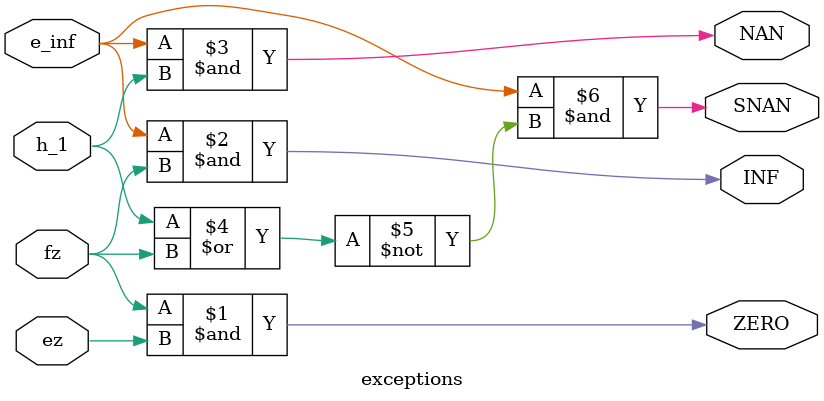
<source format=sv>
module exceptions (
    input e_inf,
    input h_1,
    input fz,
    input ez,
    output ZERO,
    output INF,
    output NAN,
    output SNAN
    );
    assign ZERO = fz & ez;
    assign INF = e_inf & fz;
    assign NAN = e_inf & h_1;
    assign SNAN = e_inf & ~(h_1 | fz);
endmodule


</source>
